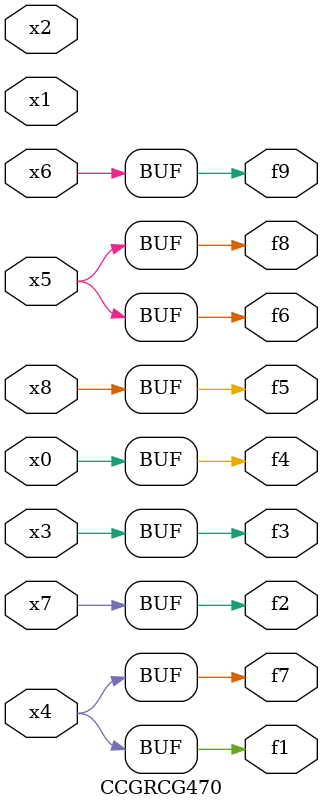
<source format=v>
module CCGRCG470(
	input x0, x1, x2, x3, x4, x5, x6, x7, x8,
	output f1, f2, f3, f4, f5, f6, f7, f8, f9
);
	assign f1 = x4;
	assign f2 = x7;
	assign f3 = x3;
	assign f4 = x0;
	assign f5 = x8;
	assign f6 = x5;
	assign f7 = x4;
	assign f8 = x5;
	assign f9 = x6;
endmodule

</source>
